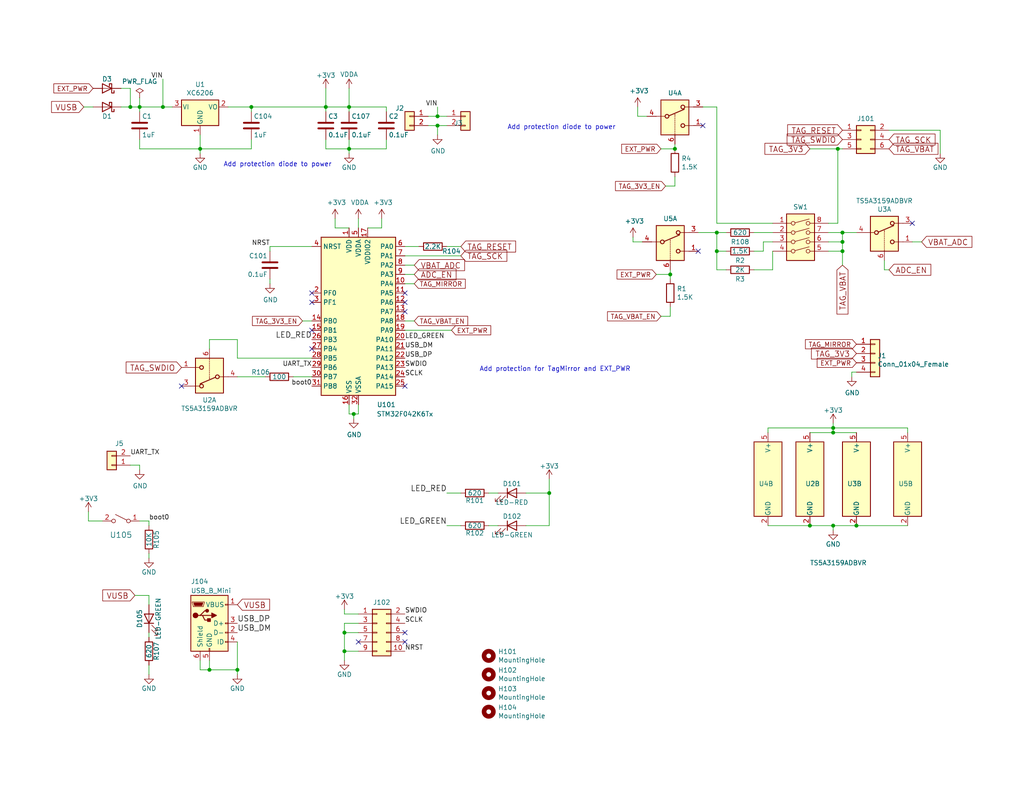
<source format=kicad_sch>
(kicad_sch (version 20211123) (generator eeschema)
  (paper "USLetter")
  (title_block (title "BitTag Base for JLCPCB fab  V3b (marked V7)") (date "2020-12-21") (rev "7 ") (comment 1 "added protection diodes"))
  (lib_symbols
    (symbol "Analog_Switch:TS5A3159ADBVR" (pin_names (offset 0.127))
      (property "Reference" "U" (at -3.175 4.699 0))
      (property "Value" "TS5A3159ADBVR" (at -3.175 2.921 0))
      (symbol "TS5A3159ADBVR_1_1"
        (pin passive line (at 7.62 -5.08 180) (length 2.54) (name "~") (number "1"))
        (pin passive line (at 7.62 0 180) (length 2.54) (name "~") (number "3"))
        (pin passive line (at -7.62 -2.54 0) (length 2.54) (name "~") (number "4"))
        (pin input line (at 0 -10.16 90) (length 2.54) (name "~") (number "6"))
      )
      (symbol "TS5A3159ADBVR_2_0"
        (pin power_in line (at 0 -12.7 90) (length 2.54) (name "GND") (number "2"))
        (pin power_in line (at 0 12.7 270) (length 2.54) (name "V+") (number "5"))
      )
    )
    (symbol "Connector_Generic:Conn_01x02" (pin_names (offset 1.016) hide)
      (property "Reference" "J" (at 0 2.54 0))
      (property "Value" "Conn_01x02" (at 0 -5.08 0))
      (symbol "Conn_01x02_1_1"
        (pin passive line (at -5.08 0 0) (length 3.81) (name "Pin_1") (number "1"))
        (pin passive line (at -5.08 -2.54 0) (length 3.81) (name "Pin_2") (number "2"))
      )
    )
    (symbol "Connector_Generic:Conn_01x04" (pin_names (offset 1.016) hide)
      (property "Reference" "J" (at 0 5.08 0))
      (property "Value" "Conn_01x04" (at 0 -7.62 0))
      (symbol "Conn_01x04_1_1"
        (pin passive line (at -5.08 2.54 0) (length 3.81) (name "Pin_1") (number "1"))
        (pin passive line (at -5.08 0 0) (length 3.81) (name "Pin_2") (number "2"))
        (pin passive line (at -5.08 -2.54 0) (length 3.81) (name "Pin_3") (number "3"))
        (pin passive line (at -5.08 -5.08 0) (length 3.81) (name "Pin_4") (number "4"))
      )
    )
    (symbol "Connector_Generic:Conn_02x03_Odd_Even" (pin_names (offset 1.016) hide)
      (property "Reference" "J" (at 1.27 5.08 0))
      (property "Value" "Conn_02x03_Odd_Even" (at 1.27 -5.08 0))
      (symbol "Conn_02x03_Odd_Even_1_1"
        (pin passive line (at -5.08 2.54 0) (length 3.81) (name "Pin_1") (number "1"))
        (pin passive line (at 7.62 2.54 180) (length 3.81) (name "Pin_2") (number "2"))
        (pin passive line (at -5.08 0 0) (length 3.81) (name "Pin_3") (number "3"))
        (pin passive line (at 7.62 0 180) (length 3.81) (name "Pin_4") (number "4"))
        (pin passive line (at -5.08 -2.54 0) (length 3.81) (name "Pin_5") (number "5"))
        (pin passive line (at 7.62 -2.54 180) (length 3.81) (name "Pin_6") (number "6"))
      )
    )
    (symbol "Connector_Generic:Conn_02x05_Odd_Even" (pin_names (offset 1.016) hide)
      (property "Reference" "J" (at 1.27 7.62 0))
      (property "Value" "Conn_02x05_Odd_Even" (at 1.27 -7.62 0))
      (symbol "Conn_02x05_Odd_Even_1_1"
        (pin passive line (at -5.08 5.08 0) (length 3.81) (name "Pin_1") (number "1"))
        (pin passive line (at 7.62 -5.08 180) (length 3.81) (name "Pin_10") (number "10"))
        (pin passive line (at 7.62 5.08 180) (length 3.81) (name "Pin_2") (number "2"))
        (pin passive line (at -5.08 2.54 0) (length 3.81) (name "Pin_3") (number "3"))
        (pin passive line (at 7.62 2.54 180) (length 3.81) (name "Pin_4") (number "4"))
        (pin passive line (at -5.08 0 0) (length 3.81) (name "Pin_5") (number "5"))
        (pin passive line (at 7.62 0 180) (length 3.81) (name "Pin_6") (number "6"))
        (pin passive line (at -5.08 -2.54 0) (length 3.81) (name "Pin_7") (number "7"))
        (pin passive line (at 7.62 -2.54 180) (length 3.81) (name "Pin_8") (number "8"))
        (pin passive line (at -5.08 -5.08 0) (length 3.81) (name "Pin_9") (number "9"))
      )
    )
    (symbol "Device:C" (pin_numbers hide) (pin_names (offset 0.254))
      (property "Reference" "C" (at 0.635 2.54 0))
      (property "Value" "C" (at 0.635 -2.54 0))
      (symbol "C_1_1"
        (pin passive line (at 0 3.81 270) (length 2.794) (name "~") (number "1"))
        (pin passive line (at 0 -3.81 90) (length 2.794) (name "~") (number "2"))
      )
    )
    (symbol "Device:D_Schottky" (pin_numbers hide) (pin_names (offset 1.016) hide)
      (property "Reference" "D" (at 0 2.54 0))
      (property "Value" "D_Schottky" (at 0 -2.54 0))
      (symbol "D_Schottky_1_1"
        (pin passive line (at -3.81 0 0) (length 2.54) (name "K") (number "1"))
        (pin passive line (at 3.81 0 180) (length 2.54) (name "A") (number "2"))
      )
    )
    (symbol "Device:LED" (pin_numbers hide) (pin_names (offset 1.016) hide)
      (property "Reference" "D" (at 0 2.54 0))
      (property "Value" "LED" (at 0 -2.54 0))
      (symbol "LED_1_1"
        (pin passive line (at -3.81 0 0) (length 2.54) (name "K") (number "1"))
        (pin passive line (at 3.81 0 180) (length 2.54) (name "A") (number "2"))
      )
    )
    (symbol "Device:R" (pin_numbers hide) (pin_names (offset 0))
      (property "Reference" "R" (at 2.032 0 90))
      (property "Value" "R" (at 0 0 90))
      (symbol "R_1_1"
        (pin passive line (at 0 3.81 270) (length 1.27) (name "~") (number "1"))
        (pin passive line (at 0 -3.81 90) (length 1.27) (name "~") (number "2"))
      )
    )
    (symbol "Mechanical:MountingHole" (pin_names (offset 1.016))
      (property "Reference" "H" (at 0 5.08 0))
      (property "Value" "MountingHole" (at 0 3.175 0))
    )
    (symbol "Regulator_Linear:MCP1703A-3302_SOT23" (pin_names (offset 0.254))
      (property "Reference" "U" (at -3.81 3.175 0))
      (property "Value" "MCP1703A-3302_SOT23" (at 0 3.175 0))
      (symbol "MCP1703A-3302_SOT23_1_1"
        (pin power_in line (at 0 -7.62 90) (length 2.54) (name "GND") (number "1"))
        (pin power_out line (at 7.62 0 180) (length 2.54) (name "VO") (number "2"))
        (pin power_in line (at -7.62 0 0) (length 2.54) (name "VI") (number "3"))
      )
    )
    (symbol "Switch:SW_DIP_x04" (pin_names (offset 0) hide)
      (property "Reference" "SW" (at 0 8.89 0))
      (property "Value" "SW_DIP_x04" (at 0 -6.35 0))
      (symbol "SW_DIP_x04_1_1"
        (pin passive line (at -7.62 5.08 0) (length 5.08) (name "~") (number "1"))
        (pin passive line (at -7.62 2.54 0) (length 5.08) (name "~") (number "2"))
        (pin passive line (at -7.62 0 0) (length 5.08) (name "~") (number "3"))
        (pin passive line (at -7.62 -2.54 0) (length 5.08) (name "~") (number "4"))
        (pin passive line (at 7.62 -2.54 180) (length 5.08) (name "~") (number "5"))
        (pin passive line (at 7.62 0 180) (length 5.08) (name "~") (number "6"))
        (pin passive line (at 7.62 2.54 180) (length 5.08) (name "~") (number "7"))
        (pin passive line (at 7.62 5.08 180) (length 5.08) (name "~") (number "8"))
      )
    )
    (symbol "Switch:SW_SPST" (pin_names (offset 0) hide)
      (property "Reference" "SW" (at 0 3.175 0))
      (property "Value" "SW_SPST" (at 0 -2.54 0))
      (symbol "SW_SPST_1_1"
        (pin passive line (at -5.08 0 0) (length 2.54) (name "A") (number "1"))
        (pin passive line (at 5.08 0 180) (length 2.54) (name "B") (number "2"))
      )
    )
    (symbol "power:+3.3V" (power) (pin_names (offset 0))
      (property "Value" "+3.3V" (at 0 3.556 0))
      (symbol "+3.3V_1_1"
        (pin power_in line (at 0 0 90) (length 0) hide (name "+3V3") (number "1"))
      )
    )
    (symbol "power:+3V3" (power) (pin_names (offset 0))
      (property "Value" "+3V3" (at 0 3.556 0))
      (symbol "+3V3_1_1"
        (pin power_in line (at 0 0 90) (length 0) hide (name "+3V3") (number "1"))
      )
    )
    (symbol "power:GND" (power) (pin_names (offset 0))
      (property "Value" "GND" (at 0 -3.81 0))
      (symbol "GND_1_1"
        (pin power_in line (at 0 0 270) (length 0) hide (name "GND") (number "1"))
      )
    )
    (symbol "power:PWR_FLAG" (power) (pin_numbers hide) (pin_names (offset 0) hide)
      (property "Value" "PWR_FLAG" (at 0 3.81 0))
      (symbol "PWR_FLAG_0_0"
        (pin power_out line (at 0 0 90) (length 0) (name "pwr") (number "1"))
      )
    )
    (symbol "power:VDDA" (power) (pin_names (offset 0))
      (property "Value" "VDDA" (at 0 3.81 0))
      (symbol "VDDA_1_1"
        (pin power_in line (at 0 0 90) (length 0) hide (name "VDDA") (number "1"))
      )
    )
    (symbol "tagbase-jlcpcb-v3-rescue:USB_B_Mini-Connector-tagbase-jlcpcb-v2-rescue-tagbase-jlcpcb-v2-rescue" (pin_names (offset 1.016))
      (property "Reference" "J" (at -5.08 11.43 0))
      (property "Value" "USB_B_Mini-Connector-tagbase-jlcpcb-v2-rescue-tagbase-jlcpcb-v2-rescue" (at -5.08 8.89 0))
      (symbol "USB_B_Mini-Connector-tagbase-jlcpcb-v2-rescue-tagbase-jlcpcb-v2-rescue_1_1"
        (pin power_out line (at 7.62 5.08 180) (length 2.54) (name "VBUS") (number "1"))
        (pin passive line (at 7.62 -2.54 180) (length 2.54) (name "D-") (number "2"))
        (pin passive line (at 7.62 0 180) (length 2.54) (name "D+") (number "3"))
        (pin passive line (at 7.62 -5.08 180) (length 2.54) (name "ID") (number "4"))
        (pin power_out line (at 0 -10.16 90) (length 2.54) (name "GND") (number "5"))
        (pin passive line (at -2.54 -10.16 90) (length 2.54) (name "Shield") (number "6"))
      )
    )
    (symbol "tagbase:STM32F042K6Tx"
      (property "Reference" "U" (at -10.16 21.59 0))
      (property "Value" "STM32F042K6Tx" (at 5.08 21.59 0))
      (symbol "STM32F042K6Tx_1_1"
        (pin power_in line (at -2.54 22.86 270) (length 2.54) (name "VDD") (number "1"))
        (pin bidirectional line (at 12.7 7.62 180) (length 2.54) (name "PA4") (number "10"))
        (pin bidirectional line (at 12.7 5.08 180) (length 2.54) (name "PA5") (number "11"))
        (pin bidirectional line (at 12.7 2.54 180) (length 2.54) (name "PA6") (number "12"))
        (pin bidirectional line (at 12.7 0 180) (length 2.54) (name "PA7") (number "13"))
        (pin bidirectional line (at -12.7 -2.54 0) (length 2.54) (name "PB0") (number "14"))
        (pin bidirectional line (at -12.7 -5.08 0) (length 2.54) (name "PB1") (number "15"))
        (pin power_in line (at -2.54 -25.4 90) (length 2.54) (name "VSS") (number "16"))
        (pin power_in line (at 2.54 22.86 270) (length 2.54) (name "VDDIO2") (number "17"))
        (pin bidirectional line (at 12.7 -2.54 180) (length 2.54) (name "PA8") (number "18"))
        (pin bidirectional line (at 12.7 -5.08 180) (length 2.54) (name "PA9") (number "19"))
        (pin input line (at -12.7 5.08 0) (length 2.54) (name "PF0") (number "2"))
        (pin bidirectional line (at 12.7 -7.62 180) (length 2.54) (name "PA10") (number "20"))
        (pin bidirectional line (at 12.7 -10.16 180) (length 2.54) (name "PA11") (number "21"))
        (pin bidirectional line (at 12.7 -12.7 180) (length 2.54) (name "PA12") (number "22"))
        (pin bidirectional line (at 12.7 -15.24 180) (length 2.54) (name "PA13") (number "23"))
        (pin bidirectional line (at 12.7 -17.78 180) (length 2.54) (name "PA14") (number "24"))
        (pin bidirectional line (at 12.7 -20.32 180) (length 2.54) (name "PA15") (number "25"))
        (pin bidirectional line (at -12.7 -7.62 0) (length 2.54) (name "PB3") (number "26"))
        (pin bidirectional line (at -12.7 -10.16 0) (length 2.54) (name "PB4") (number "27"))
        (pin bidirectional line (at -12.7 -12.7 0) (length 2.54) (name "PB5") (number "28"))
        (pin bidirectional line (at -12.7 -15.24 0) (length 2.54) (name "PB6") (number "29"))
        (pin input line (at -12.7 2.54 0) (length 2.54) (name "PF1") (number "3"))
        (pin bidirectional line (at -12.7 -17.78 0) (length 2.54) (name "PB7") (number "30"))
        (pin bidirectional line (at -12.7 -20.32 0) (length 2.54) (name "PB8") (number "31"))
        (pin power_in line (at 0 -25.4 90) (length 2.54) (name "VSSA") (number "32"))
        (pin input line (at -12.7 17.78 0) (length 2.54) (name "NRST") (number "4"))
        (pin power_in line (at 0 22.86 270) (length 2.54) (name "VDDA") (number "5"))
        (pin bidirectional line (at 12.7 17.78 180) (length 2.54) (name "PA0") (number "6"))
        (pin bidirectional line (at 12.7 15.24 180) (length 2.54) (name "PA1") (number "7"))
        (pin bidirectional line (at 12.7 12.7 180) (length 2.54) (name "PA2") (number "8"))
        (pin bidirectional line (at 12.7 10.16 180) (length 2.54) (name "PA3") (number "9"))
      )
    )
  )
  (junction (at 64.77 182.88))
  (junction (at 229.87 63.5))
  (junction (at 93.98 177.8))
  (junction (at 119.38 31.75))
  (junction (at 184.15 40.64))
  (junction (at 95.25 40.64))
  (junction (at 57.15 182.88))
  (junction (at 220.98 143.51))
  (junction (at 227.33 118.11))
  (junction (at 227.33 143.51))
  (junction (at 228.6 40.64))
  (junction (at 44.45 29.21))
  (junction (at 35.56 29.21))
  (junction (at 96.52 113.03))
  (junction (at 95.25 29.21))
  (junction (at 88.9 29.21))
  (junction (at 227.33 116.84))
  (junction (at 182.88 74.93))
  (junction (at 233.68 143.51))
  (junction (at 68.58 29.21))
  (junction (at 195.58 63.5))
  (junction (at 93.98 172.72))
  (junction (at 195.58 68.58))
  (junction (at 54.61 40.64))
  (junction (at 119.38 34.29))
  (junction (at 229.87 68.58))
  (junction (at 149.86 134.62))
  (junction (at 229.87 66.04))
  (junction (at 38.1 29.21))
  (no_connect (at 110.49 80.01))
  (no_connect (at 110.49 82.55))
  (no_connect (at 110.49 85.09))
  (no_connect (at 97.79 175.26))
  (no_connect (at 110.49 105.41))
  (no_connect (at 49.53 105.41))
  (no_connect (at 110.49 175.26))
  (no_connect (at 190.5 68.58))
  (no_connect (at 110.49 172.72))
  (no_connect (at 85.09 95.25))
  (no_connect (at 85.09 90.17))
  (no_connect (at 85.09 80.01))
  (no_connect (at 85.09 82.55))
  (no_connect (at 191.77 34.29))
  (no_connect (at 248.92 60.96))
  (wire (pts (xy 33.02 29.21) (xy 35.56 29.21)))
  (wire (pts (xy 228.6 40.64) (xy 228.6 60.96)))
  (wire (pts (xy 179.07 74.93) (xy 182.88 74.93)))
  (wire (pts (xy 88.9 29.21) (xy 95.25 29.21)))
  (wire (pts (xy 110.49 77.47) (xy 113.03 77.47)))
  (wire (pts (xy 209.55 143.51) (xy 220.98 143.51)))
  (wire (pts (xy 133.35 143.51) (xy 135.89 143.51)))
  (wire (pts (xy 119.38 29.21) (xy 119.38 31.75)))
  (wire (pts (xy 100.33 62.23) (xy 104.14 62.23)))
  (wire (pts (xy 93.98 172.72) (xy 93.98 177.8)))
  (wire (pts (xy 91.44 62.23) (xy 91.44 59.69)))
  (wire (pts (xy 110.49 69.85) (xy 125.73 69.85)))
  (wire (pts (xy 73.66 67.31) (xy 85.09 67.31)))
  (wire (pts (xy 35.56 24.13) (xy 35.56 29.21)))
  (wire (pts (xy 173.99 31.75) (xy 176.53 31.75)))
  (wire (pts (xy 95.25 113.03) (xy 96.52 113.03)))
  (wire (pts (xy 149.86 134.62) (xy 149.86 130.81)))
  (wire (pts (xy 143.51 134.62) (xy 149.86 134.62)))
  (wire (pts (xy 198.12 68.58) (xy 195.58 68.58)))
  (wire (pts (xy 181.61 50.8) (xy 184.15 50.8)))
  (wire (pts (xy 195.58 29.21) (xy 195.58 60.96)))
  (wire (pts (xy 227.33 116.84) (xy 247.65 116.84)))
  (wire (pts (xy 119.38 34.29) (xy 121.92 34.29)))
  (wire (pts (xy 116.84 34.29) (xy 119.38 34.29)))
  (wire (pts (xy 93.98 170.18) (xy 93.98 172.72)))
  (wire (pts (xy 195.58 73.66) (xy 198.12 73.66)))
  (wire (pts (xy 133.35 134.62) (xy 135.89 134.62)))
  (wire (pts (xy 38.1 142.24) (xy 40.64 142.24)))
  (wire (pts (xy 208.28 66.04) (xy 208.28 68.58)))
  (wire (pts (xy 143.51 143.51) (xy 149.86 143.51)))
  (wire (pts (xy 110.49 90.17) (xy 123.19 90.17)))
  (wire (pts (xy 208.28 68.58) (xy 205.74 68.58)))
  (wire (pts (xy 110.49 72.39) (xy 113.03 72.39)))
  (wire (pts (xy 226.06 63.5) (xy 229.87 63.5)))
  (wire (pts (xy 40.64 151.13) (xy 40.64 152.4)))
  (wire (pts (xy 229.87 66.04) (xy 229.87 63.5)))
  (wire (pts (xy 97.79 113.03) (xy 96.52 113.03)))
  (wire (pts (xy 110.49 87.63) (xy 113.03 87.63)))
  (wire (pts (xy 95.25 62.23) (xy 91.44 62.23)))
  (wire (pts (xy 57.15 182.88) (xy 54.61 182.88)))
  (wire (pts (xy 228.6 40.64) (xy 220.98 40.64)))
  (wire (pts (xy 73.66 68.58) (xy 73.66 67.31)))
  (wire (pts (xy 40.64 172.72) (xy 40.64 173.99)))
  (wire (pts (xy 97.79 110.49) (xy 97.79 113.03)))
  (wire (pts (xy 57.15 92.71) (xy 57.15 95.25)))
  (wire (pts (xy 242.57 35.56) (xy 256.54 35.56)))
  (wire (pts (xy 226.06 60.96) (xy 228.6 60.96)))
  (wire (pts (xy 182.88 73.66) (xy 182.88 74.93)))
  (wire (pts (xy 54.61 40.64) (xy 54.61 41.91)))
  (wire (pts (xy 80.01 102.87) (xy 85.09 102.87)))
  (wire (pts (xy 180.34 40.64) (xy 184.15 40.64)))
  (wire (pts (xy 191.77 29.21) (xy 195.58 29.21)))
  (wire (pts (xy 198.12 63.5) (xy 195.58 63.5)))
  (wire (pts (xy 209.55 116.84) (xy 227.33 116.84)))
  (wire (pts (xy 73.66 76.2) (xy 73.66 77.47)))
  (wire (pts (xy 93.98 177.8) (xy 93.98 180.34)))
  (wire (pts (xy 195.58 60.96) (xy 210.82 60.96)))
  (wire (pts (xy 68.58 29.21) (xy 68.58 30.48)))
  (wire (pts (xy 184.15 50.8) (xy 184.15 48.26)))
  (wire (pts (xy 40.64 162.56) (xy 36.83 162.56)))
  (wire (pts (xy 64.77 102.87) (xy 72.39 102.87)))
  (wire (pts (xy 38.1 26.67) (xy 38.1 29.21)))
  (wire (pts (xy 95.25 29.21) (xy 105.41 29.21)))
  (wire (pts (xy 97.79 59.69) (xy 97.79 62.23)))
  (wire (pts (xy 35.56 29.21) (xy 38.1 29.21)))
  (wire (pts (xy 64.77 182.88) (xy 64.77 184.15)))
  (wire (pts (xy 97.79 172.72) (xy 93.98 172.72)))
  (wire (pts (xy 64.77 97.79) (xy 64.77 92.71)))
  (wire (pts (xy 121.92 67.31) (xy 125.73 67.31)))
  (wire (pts (xy 57.15 180.34) (xy 57.15 182.88)))
  (wire (pts (xy 233.68 143.51) (xy 247.65 143.51)))
  (wire (pts (xy 229.87 63.5) (xy 233.68 63.5)))
  (wire (pts (xy 110.49 67.31) (xy 114.3 67.31)))
  (wire (pts (xy 226.06 66.04) (xy 229.87 66.04)))
  (wire (pts (xy 121.92 134.62) (xy 125.73 134.62)))
  (wire (pts (xy 241.3 73.66) (xy 242.57 73.66)))
  (wire (pts (xy 121.92 143.51) (xy 125.73 143.51)))
  (wire (pts (xy 210.82 73.66) (xy 205.74 73.66)))
  (wire (pts (xy 38.1 127) (xy 38.1 128.27)))
  (wire (pts (xy 95.25 29.21) (xy 95.25 30.48)))
  (wire (pts (xy 195.58 68.58) (xy 195.58 73.66)))
  (wire (pts (xy 182.88 74.93) (xy 182.88 76.2)))
  (wire (pts (xy 184.15 40.64) (xy 184.15 39.37)))
  (wire (pts (xy 205.74 63.5) (xy 210.82 63.5)))
  (wire (pts (xy 97.79 177.8) (xy 93.98 177.8)))
  (wire (pts (xy 93.98 166.37) (xy 93.98 167.64)))
  (wire (pts (xy 104.14 62.23) (xy 104.14 59.69)))
  (wire (pts (xy 88.9 30.48) (xy 88.9 29.21)))
  (wire (pts (xy 248.92 66.04) (xy 251.46 66.04)))
  (wire (pts (xy 54.61 36.83) (xy 54.61 40.64)))
  (wire (pts (xy 68.58 29.21) (xy 88.9 29.21)))
  (wire (pts (xy 247.65 116.84) (xy 247.65 118.11)))
  (wire (pts (xy 119.38 31.75) (xy 121.92 31.75)))
  (wire (pts (xy 182.88 86.36) (xy 182.88 83.82)))
  (wire (pts (xy 229.87 68.58) (xy 229.87 66.04)))
  (wire (pts (xy 64.77 182.88) (xy 57.15 182.88)))
  (wire (pts (xy 95.25 24.13) (xy 95.25 29.21)))
  (wire (pts (xy 232.41 101.6) (xy 232.41 102.87)))
  (wire (pts (xy 119.38 34.29) (xy 119.38 36.83)))
  (wire (pts (xy 54.61 40.64) (xy 68.58 40.64)))
  (wire (pts (xy 210.82 68.58) (xy 210.82 73.66)))
  (wire (pts (xy 95.25 38.1) (xy 95.25 40.64)))
  (wire (pts (xy 88.9 24.13) (xy 88.9 29.21)))
  (wire (pts (xy 110.49 74.93) (xy 113.03 74.93)))
  (wire (pts (xy 226.06 68.58) (xy 229.87 68.58)))
  (wire (pts (xy 190.5 63.5) (xy 195.58 63.5)))
  (wire (pts (xy 68.58 40.64) (xy 68.58 38.1)))
  (wire (pts (xy 44.45 21.59) (xy 44.45 29.21)))
  (wire (pts (xy 195.58 63.5) (xy 195.58 68.58)))
  (wire (pts (xy 95.25 110.49) (xy 95.25 113.03)))
  (wire (pts (xy 38.1 40.64) (xy 54.61 40.64)))
  (wire (pts (xy 38.1 38.1) (xy 38.1 40.64)))
  (wire (pts (xy 96.52 113.03) (xy 96.52 114.3)))
  (wire (pts (xy 105.41 40.64) (xy 95.25 40.64)))
  (wire (pts (xy 149.86 143.51) (xy 149.86 134.62)))
  (wire (pts (xy 38.1 29.21) (xy 38.1 30.48)))
  (wire (pts (xy 220.98 118.11) (xy 227.33 118.11)))
  (wire (pts (xy 116.84 31.75) (xy 119.38 31.75)))
  (wire (pts (xy 64.77 92.71) (xy 57.15 92.71)))
  (wire (pts (xy 209.55 116.84) (xy 209.55 118.11)))
  (wire (pts (xy 227.33 118.11) (xy 233.68 118.11)))
  (wire (pts (xy 229.87 40.64) (xy 228.6 40.64)))
  (wire (pts (xy 38.1 29.21) (xy 44.45 29.21)))
  (wire (pts (xy 172.72 66.04) (xy 175.26 66.04)))
  (wire (pts (xy 35.56 127) (xy 38.1 127)))
  (wire (pts (xy 105.41 29.21) (xy 105.41 30.48)))
  (wire (pts (xy 40.64 181.61) (xy 40.64 184.15)))
  (wire (pts (xy 82.55 87.63) (xy 85.09 87.63)))
  (wire (pts (xy 233.68 101.6) (xy 232.41 101.6)))
  (wire (pts (xy 44.45 29.21) (xy 46.99 29.21)))
  (wire (pts (xy 22.86 29.21) (xy 25.4 29.21)))
  (wire (pts (xy 173.99 29.21) (xy 173.99 31.75)))
  (wire (pts (xy 62.23 29.21) (xy 68.58 29.21)))
  (wire (pts (xy 220.98 143.51) (xy 227.33 143.51)))
  (wire (pts (xy 180.34 86.36) (xy 182.88 86.36)))
  (wire (pts (xy 85.09 97.79) (xy 64.77 97.79)))
  (wire (pts (xy 241.3 71.12) (xy 241.3 73.66)))
  (wire (pts (xy 40.64 143.51) (xy 40.64 142.24)))
  (wire (pts (xy 24.13 142.24) (xy 27.94 142.24)))
  (wire (pts (xy 35.56 24.13) (xy 33.02 24.13)))
  (wire (pts (xy 88.9 38.1) (xy 88.9 40.64)))
  (wire (pts (xy 40.64 165.1) (xy 40.64 162.56)))
  (wire (pts (xy 227.33 115.57) (xy 227.33 116.84)))
  (wire (pts (xy 105.41 38.1) (xy 105.41 40.64)))
  (wire (pts (xy 229.87 68.58) (xy 229.87 72.39)))
  (wire (pts (xy 210.82 66.04) (xy 208.28 66.04)))
  (wire (pts (xy 227.33 116.84) (xy 227.33 118.11)))
  (wire (pts (xy 54.61 182.88) (xy 54.61 180.34)))
  (wire (pts (xy 93.98 167.64) (xy 97.79 167.64)))
  (wire (pts (xy 97.79 170.18) (xy 93.98 170.18)))
  (wire (pts (xy 64.77 175.26) (xy 64.77 182.88)))
  (wire (pts (xy 227.33 143.51) (xy 227.33 144.78)))
  (wire (pts (xy 88.9 40.64) (xy 95.25 40.64)))
  (wire (pts (xy 95.25 40.64) (xy 95.25 41.91)))
  (wire (pts (xy 24.13 139.7) (xy 24.13 142.24)))
  (wire (pts (xy 233.68 143.51) (xy 227.33 143.51)))
  (wire (pts (xy 172.72 64.77) (xy 172.72 66.04)))
  (wire (pts (xy 256.54 35.56) (xy 256.54 41.91)))
  (text "Add protection for TagMirror and EXT_PWR" (at 130.81 101.6 0) (effects (font (size 1.27 1.27)) (justify left bottom)))
  (text "Add protection diode to power" (at 138.43 35.56 0) (effects (font (size 1.27 1.27)) (justify left bottom)))
  (text "Add protection diode to power" (at 60.96 45.72 0) (effects (font (size 1.27 1.27)) (justify left bottom)))
  (label "USB_DP" (at 64.77 170.18 0) (effects (font (size 1.524 1.524))))
  (label "LED_GREEN" (at 121.92 143.51 180) (effects (font (size 1.524 1.524))))
  (label "USB_DM" (at 110.49 95.25 0))
  (label "SCLK" (at 110.49 102.87 0))
  (label "SWDIO" (at 110.49 100.33 0))
  (label "NRST" (at 73.66 67.31 180))
  (label "boot0" (at 85.09 105.41 180))
  (label "LED_GREEN" (at 110.49 92.71 0))
  (label "VIN" (at 44.45 21.59 180))
  (label "NRST" (at 110.49 177.8 0))
  (label "UART_TX" (at 85.09 100.33 180))
  (label "SWDIO" (at 110.49 167.64 0))
  (label "USB_DP" (at 110.49 97.79 0))
  (label "VIN" (at 119.38 29.21 180))
  (label "LED_RED" (at 121.92 134.62 180) (effects (font (size 1.524 1.524))))
  (label "boot0" (at 40.64 142.24 0))
  (label "SCLK" (at 110.49 170.18 0))
  (label "LED_RED" (at 85.09 92.71 180) (effects (font (size 1.524 1.524))))
  (label "USB_DM" (at 64.77 172.72 0) (effects (font (size 1.524 1.524))))
  (label "UART_TX" (at 35.56 124.46 0))
  (global_label "TAG_VBAT" (shape input) (at 242.57 40.64 0) (effects (font (size 1.524 1.524))) (property "Intersheet References" "${INTERSHEET_REFS}" (effects hide)))
  (global_label "TAG_RESET" (shape input) (at 229.87 35.56 180) (effects (font (size 1.524 1.524))) (property "Intersheet References" "${INTERSHEET_REFS}" (effects hide)))
  (global_label "VUSB" (shape input) (at 22.86 29.21 180) (effects (font (size 1.524 1.524))) (property "Intersheet References" "${INTERSHEET_REFS}" (effects hide)))
  (global_label "VBAT_ADC" (shape input) (at 251.46 66.04 0) (effects (font (size 1.524 1.524))) (property "Intersheet References" "${INTERSHEET_REFS}" (effects hide)))
  (global_label "TAG_VBAT_EN" (shape input) (at 113.03 87.63 0) (property "Intersheet References" "${INTERSHEET_REFS}" (effects hide)))
  (global_label "EXT_PWR" (shape input) (at 25.4 24.13 180) (property "Intersheet References" "${INTERSHEET_REFS}" (effects hide)))
  (global_label "TAG_MIRROR" (shape input) (at 113.03 77.47 0) (property "Intersheet References" "${INTERSHEET_REFS}" (effects hide)))
  (global_label "TAG_3V3" (shape input) (at 233.68 96.52 180) (effects (font (size 1.524 1.524))) (property "Intersheet References" "${INTERSHEET_REFS}" (effects hide)))
  (global_label "ADC_EN" (shape input) (at 113.03 74.93 0) (effects (font (size 1.524 1.524))) (property "Intersheet References" "${INTERSHEET_REFS}" (effects hide)))
  (global_label "TAG_SCK" (shape input) (at 242.57 38.1 0) (effects (font (size 1.524 1.524))) (property "Intersheet References" "${INTERSHEET_REFS}" (effects hide)))
  (global_label "TAG_SWDIO" (shape input) (at 49.53 100.33 180) (effects (font (size 1.524 1.524))) (property "Intersheet References" "${INTERSHEET_REFS}" (effects hide)))
  (global_label "VBAT_ADC" (shape input) (at 113.03 72.39 0) (effects (font (size 1.524 1.524))) (property "Intersheet References" "${INTERSHEET_REFS}" (effects hide)))
  (global_label "TAG_SCK" (shape input) (at 125.73 69.85 0) (effects (font (size 1.524 1.524))) (property "Intersheet References" "${INTERSHEET_REFS}" (effects hide)))
  (global_label "TAG_SWDIO" (shape input) (at 229.87 38.1 180) (effects (font (size 1.524 1.524))) (property "Intersheet References" "${INTERSHEET_REFS}" (effects hide)))
  (global_label "EXT_PWR" (shape input) (at 179.07 74.93 180) (property "Intersheet References" "${INTERSHEET_REFS}" (effects hide)))
  (global_label "TAG_MIRROR" (shape input) (at 233.68 93.98 180) (property "Intersheet References" "${INTERSHEET_REFS}" (effects hide)))
  (global_label "VUSB" (shape input) (at 64.77 165.1 0) (effects (font (size 1.524 1.524))) (property "Intersheet References" "${INTERSHEET_REFS}" (effects hide)))
  (global_label "TAG_3V3_EN" (shape input) (at 82.55 87.63 180) (property "Intersheet References" "${INTERSHEET_REFS}" (effects hide)))
  (global_label "EXT_PWR" (shape input) (at 233.68 99.06 180) (property "Intersheet References" "${INTERSHEET_REFS}" (effects hide)))
  (global_label "ADC_EN" (shape input) (at 242.57 73.66 0) (effects (font (size 1.524 1.524))) (property "Intersheet References" "${INTERSHEET_REFS}" (effects hide)))
  (global_label "TAG_RESET" (shape input) (at 125.73 67.31 0) (effects (font (size 1.524 1.524))) (property "Intersheet References" "${INTERSHEET_REFS}" (effects hide)))
  (global_label "VUSB" (shape input) (at 36.83 162.56 180) (effects (font (size 1.524 1.524))) (property "Intersheet References" "${INTERSHEET_REFS}" (effects hide)))
  (global_label "TAG_3V3" (shape input) (at 220.98 40.64 180) (effects (font (size 1.524 1.524))) (property "Intersheet References" "${INTERSHEET_REFS}" (effects hide)))
  (global_label "TAG_3V3_EN" (shape input) (at 181.61 50.8 180) (property "Intersheet References" "${INTERSHEET_REFS}" (effects hide)))
  (global_label "EXT_PWR" (shape input) (at 180.34 40.64 180) (property "Intersheet References" "${INTERSHEET_REFS}" (effects hide)))
  (global_label "TAG_VBAT" (shape input) (at 229.87 72.39 270) (effects (font (size 1.524 1.524))) (property "Intersheet References" "${INTERSHEET_REFS}" (effects hide)))
  (global_label "TAG_VBAT_EN" (shape input) (at 180.34 86.36 180) (property "Intersheet References" "${INTERSHEET_REFS}" (effects hide)))
  (global_label "EXT_PWR" (shape input) (at 123.19 90.17 0) (property "Intersheet References" "${INTERSHEET_REFS}" (effects hide)))
  (symbol (lib_id "tagbase-jlcpcb-v3-rescue:USB_B_Mini-Connector-tagbase-jlcpcb-v2-rescue-tagbase-jlcpcb-v2-rescue") (at 57.15 170.18 0) (unit 1)
    (property "Reference" "J104" (at 52.07 158.75 0) (effects (justify left)))
    (property "Value" "USB_B_Mini" (at 52.07 161.29 0) (effects (justify left)))
    (property "Footprint" "tagbase:USB_Mini-B" (effects hide))
    (property "MFN" "EDAC" (effects hide))
    (property "MPN" "690-005-299-043" (effects hide))
    (property "DISTPN" "151-1206-ND" (effects hide))
  )
  (symbol (lib_id "Device:LED") (at 139.7 134.62 0) (unit 1)
    (property "Reference" "D101" (at 139.7 132.08 0))
    (property "Value" "LED-RED" (at 139.7 137.16 0))
    (property "Footprint" "LED_SMD:LED_0603_1608Metric" (effects hide))
    (property "Macrofab" "MF-LED-0603-RED" (effects hide))
    (property "MPN" "KT-0603R" (effects hide))
    (property "LCSC" "C2286" (effects hide))
    (property "MFN" "Hubei KENTO Elec" (effects hide))
  )
  (symbol (lib_id "Device:LED") (at 139.7 143.51 0) (unit 1)
    (property "Reference" "D102" (at 139.7 140.97 0))
    (property "Value" "LED-GREEN" (at 139.7 146.05 0))
    (property "Footprint" "LED_SMD:LED_0603_1608Metric" (effects hide))
    (property "Macrofab" "MF-LED-0603-GREEN" (effects hide))
    (property "MPN" "19-217/GHC-YR1S2/3T" (effects hide))
    (property "LCSC" "C72043" (effects hide))
    (property "MFN" "Everlight Elec" (effects hide))
  )
  (symbol (lib_id "power:+3.3V") (at 149.86 130.81 0) (unit 1)
    (property "Reference" "#PWR03" (effects hide))
    (property "Value" "+3.3V" (at 149.86 127.254 0))
  )
  (symbol (lib_id "Device:R") (at 129.54 134.62 270) (unit 1)
    (property "Reference" "R101" (at 129.54 136.652 90))
    (property "Value" "620" (at 129.54 134.62 90))
    (property "Footprint" "Resistor_SMD:R_0603_1608Metric" (effects hide))
    (property "LCSC" "C23220" (effects hide))
    (property "MFN" "Uniroyal Elec." (effects hide))
    (property "MPN" "0603WAF6200T5E" (effects hide))
  )
  (symbol (lib_id "Device:R") (at 129.54 143.51 270) (unit 1)
    (property "Reference" "R102" (at 129.54 145.542 90))
    (property "Value" "620" (at 129.54 143.51 90))
    (property "Footprint" "Resistor_SMD:R_0603_1608Metric" (effects hide))
    (property "LCSC" "C23220" (effects hide))
    (property "MFN" "Uniroyal Elec." (effects hide))
    (property "MPN" "0603WAF6200T5E" (effects hide))
  )
  (symbol (lib_id "power:GND") (at 40.64 152.4 0) (mirror y) (unit 1)
    (property "Reference" "#PWR05" (effects hide))
    (property "Value" "GND" (at 40.64 156.21 0))
  )
  (symbol (lib_id "Device:R") (at 40.64 147.32 0) (mirror x) (unit 1)
    (property "Reference" "R105" (at 42.672 147.32 90))
    (property "Value" "10K" (at 40.64 147.32 90))
    (property "Footprint" "Resistor_SMD:R_0603_1608Metric" (effects hide))
    (property "LCSC" "C25804" (effects hide))
    (property "MFN" "Uniroyal Elec." (effects hide))
    (property "MPN" "0603WAF1002T5E" (effects hide))
  )
  (symbol (lib_id "Device:C") (at 73.66 72.39 0) (mirror y) (unit 1)
    (property "Reference" "C101" (at 73.025 69.85 0) (effects (justify left)))
    (property "Value" "0.1uF" (at 73.025 74.93 0) (effects (justify left)))
    (property "Footprint" "Capacitor_SMD:C_0603_1608Metric" (effects hide))
    (property "LCSC" "C14663" (effects hide))
    (property "MFN" "YAGEO" (effects hide))
    (property "MPN" "CC0603KRX7R9BB104" (effects hide))
  )
  (symbol (lib_id "power:+3V3") (at 24.13 139.7 0) (mirror y) (unit 1)
    (property "Reference" "#PWR07" (effects hide))
    (property "Value" "+3V3" (at 24.13 136.144 0))
  )
  (symbol (lib_id "Device:R") (at 76.2 102.87 270) (unit 1)
    (property "Reference" "R106" (at 71.12 101.6 90))
    (property "Value" "100" (at 76.2 102.87 90))
    (property "Footprint" "Resistor_SMD:R_0603_1608Metric" (effects hide))
    (property "LCSC" "C22775" (effects hide))
    (property "MFN" "Uniroyal Elec." (effects hide))
    (property "MPN" "0603WAF1000T5E" (effects hide))
  )
  (symbol (lib_id "Switch:SW_SPST") (at 33.02 142.24 0) (mirror y) (unit 1)
    (property "Reference" "U105" (at 33.02 146.05 0) (effects (font (size 1.524 1.524))))
    (property "Value" "Tactile Switch" (effects hide))
    (property "Footprint" "tagbase:SW_SPST_TS_1187" (effects hide))
    (property "MFN" "XKB Enterprise" (effects hide))
    (property "MPN" "TS-1187A-C-E-B" (effects hide))
    (property "LCSC" "C318889" (effects hide))
  )
  (symbol (lib_id "power:GND") (at 227.33 144.78 0) (unit 1)
    (property "Reference" "#PWR010" (effects hide))
    (property "Value" "GND" (at 227.33 148.59 0))
  )
  (symbol (lib_id "Device:R") (at 118.11 67.31 270) (unit 1)
    (property "Reference" "R104" (at 123.19 68.58 90))
    (property "Value" "2.2K" (at 118.11 67.31 90))
    (property "Footprint" "Resistor_SMD:R_0603_1608Metric" (effects hide))
    (property "LCSC" "C4190" (effects hide))
    (property "MFN" "Uniroyal Elec." (effects hide))
    (property "MPN" "0603WAF1002T5E" (effects hide))
  )
  (symbol (lib_id "power:+3V3") (at 227.33 115.57 0) (unit 1)
    (property "Reference" "#PWR015" (effects hide))
    (property "Value" "+3V3" (at 227.33 112.014 0))
  )
  (symbol (lib_id "Device:C") (at 95.25 34.29 0) (unit 1)
    (property "Reference" "C107" (at 95.885 31.75 0) (effects (justify left)))
    (property "Value" "0.1uF" (at 95.885 36.83 0) (effects (justify left)))
    (property "Footprint" "Capacitor_SMD:C_0603_1608Metric" (effects hide))
    (property "LCSC" "C14663" (effects hide))
    (property "MFN" "YAGEO" (effects hide))
    (property "MPN" "CC0603KRX7R9BB104" (effects hide))
  )
  (symbol (lib_id "power:GND") (at 54.61 41.91 0) (unit 1)
    (property "Reference" "#PWR0102" (effects hide))
    (property "Value" "GND" (at 54.61 45.72 0))
  )
  (symbol (lib_id "Device:C") (at 68.58 34.29 0) (unit 1)
    (property "Reference" "C104" (at 69.215 31.75 0) (effects (justify left)))
    (property "Value" "1uF" (at 69.215 36.83 0) (effects (justify left)))
    (property "Footprint" "Capacitor_SMD:C_0603_1608Metric" (effects hide))
    (property "LCSC" "C15849" (effects hide))
    (property "MFN" "Samsung Electro-Mechanics" (effects hide))
    (property "MPN" "CL10A105KB8NNNC" (effects hide))
  )
  (symbol (lib_id "power:VDDA") (at 95.25 24.13 0) (unit 1)
    (property "Reference" "#PWR0105" (effects hide))
    (property "Value" "VDDA" (at 95.25 20.32 0))
  )
  (symbol (lib_id "power:GND") (at 93.98 180.34 0) (unit 1)
    (property "Reference" "#PWR0113" (effects hide))
    (property "Value" "GND" (at 93.98 184.15 0))
  )
  (symbol (lib_id "power:+3V3") (at 93.98 166.37 0) (unit 1)
    (property "Reference" "#PWR0114" (effects hide))
    (property "Value" "+3V3" (at 93.98 162.814 0))
  )
  (symbol (lib_id "power:GND") (at 64.77 184.15 0) (mirror y) (unit 1)
    (property "Reference" "#PWR0109" (effects hide))
    (property "Value" "GND" (at 64.77 187.96 0))
  )
  (symbol (lib_id "Connector_Generic:Conn_02x03_Odd_Even") (at 234.95 38.1 0) (unit 1)
    (property "Reference" "J101" (at 236.22 32.385 0))
    (property "Value" "Conn_02x03_Odd_Even" (effects hide))
    (property "Footprint" "tagbase:6pin_tagpoints_new_offset" (effects hide))
    (property "Config" "DNF" (effects hide))
    (property "DISTPN" "SAM8798-ND" (effects hide))
  )
  (symbol (lib_id "power:GND") (at 256.54 41.91 0) (unit 1)
    (property "Reference" "#PWR0112" (effects hide))
    (property "Value" "GND" (at 256.54 45.72 0))
  )
  (symbol (lib_id "Mechanical:MountingHole") (at 133.35 179.07 0) (unit 1)
    (property "Reference" "H101" (at 135.89 177.9016 0) (effects (justify left)))
    (property "Value" "MountingHole" (at 135.89 180.213 0) (effects (justify left)))
    (property "Footprint" "tagbase:MountingHole_3.2mm_M3" (effects hide))
    (property "Config" "DNF" (effects hide))
  )
  (symbol (lib_id "Mechanical:MountingHole") (at 133.35 184.15 0) (unit 1)
    (property "Reference" "H102" (at 135.89 182.9816 0) (effects (justify left)))
    (property "Value" "MountingHole" (at 135.89 185.293 0) (effects (justify left)))
    (property "Footprint" "tagbase:MountingHole_3.2mm_M3" (effects hide))
    (property "Config" "DNF" (effects hide))
  )
  (symbol (lib_id "Mechanical:MountingHole") (at 133.35 189.23 0) (unit 1)
    (property "Reference" "H103" (at 135.89 188.0616 0) (effects (justify left)))
    (property "Value" "MountingHole" (at 135.89 190.373 0) (effects (justify left)))
    (property "Footprint" "tagbase:MountingHole_3.2mm_M3" (effects hide))
    (property "Config" "DNF" (effects hide))
  )
  (symbol (lib_id "Mechanical:MountingHole") (at 133.35 194.31 0) (unit 1)
    (property "Reference" "H104" (at 135.89 193.1416 0) (effects (justify left)))
    (property "Value" "MountingHole" (at 135.89 195.453 0) (effects (justify left)))
    (property "Footprint" "tagbase:MountingHole_3.2mm_M3" (effects hide))
    (property "Config" "DNF" (effects hide))
  )
  (symbol (lib_id "Device:R") (at 201.93 63.5 90) (unit 1)
    (property "Reference" "R108" (at 201.93 66.04 90))
    (property "Value" "620" (at 201.93 63.5 90))
    (property "Footprint" "Resistor_SMD:R_0603_1608Metric" (effects hide))
    (property "LCSC" "C23220" (effects hide))
    (property "MFN" "Uniroyal Elec." (effects hide))
    (property "MPN" "0603WAF6200T5E" (effects hide))
  )
  (symbol (lib_id "Device:LED") (at 40.64 168.91 90) (unit 1)
    (property "Reference" "D105" (at 38.1 168.91 0))
    (property "Value" "LED-GREEN" (at 43.18 168.91 0))
    (property "Footprint" "LED_SMD:LED_0603_1608Metric" (effects hide))
    (property "Macrofab" "MF-LED-0603-GREEN" (effects hide))
    (property "MPN" "19-217/GHC-YR1S2/3T" (effects hide))
    (property "LCSC" "C72043" (effects hide))
    (property "MFN" "Everlight Elec" (effects hide))
  )
  (symbol (lib_id "Device:R") (at 40.64 177.8 0) (unit 1)
    (property "Reference" "R107" (at 42.672 177.8 90))
    (property "Value" "620" (at 40.64 177.8 90))
    (property "Footprint" "Resistor_SMD:R_0603_1608Metric" (effects hide))
    (property "LCSC" "C23220" (effects hide))
    (property "MFN" "Uniroyal Elec." (effects hide))
    (property "MPN" "0603WAF6200T5E" (effects hide))
  )
  (symbol (lib_id "power:GND") (at 40.64 184.15 0) (unit 1)
    (property "Reference" "#PWR0101" (effects hide))
    (property "Value" "GND" (at 40.64 187.96 0))
  )
  (symbol (lib_id "Connector_Generic:Conn_02x05_Odd_Even") (at 102.87 172.72 0) (unit 1)
    (property "Reference" "J102" (at 104.14 164.465 0))
    (property "Value" "Conn_02x05_Odd_Even" (effects hide))
    (property "Footprint" "tagbase:FTSH-105-01-F-D-K" (effects hide))
  )
  (symbol (lib_id "Device:R") (at 182.88 80.01 0) (unit 1)
    (property "Reference" "R1" (at 184.658 78.8416 0) (effects (justify left)))
    (property "Value" "1.5K" (at 184.658 81.153 0) (effects (justify left)))
    (property "Footprint" "Resistor_SMD:R_0603_1608Metric" (effects hide))
    (property "LCSC" "C22843" (effects hide))
    (property "MFN" "Uniroyal Elec" (effects hide))
    (property "MPN" "0603WAF1501T5E" (effects hide))
  )
  (symbol (lib_id "power:+3.3V") (at 172.72 64.77 0) (unit 1)
    (property "Reference" "#PWR0103" (effects hide))
    (property "Value" "+3.3V" (at 173.101 60.3758 0))
  )
  (symbol (lib_id "Connector_Generic:Conn_01x02") (at 111.76 31.75 0) (mirror y) (unit 1)
    (property "Reference" "J2" (at 109.0676 29.5402 0))
    (property "Value" "Conn_01x02_Male" (effects hide))
    (property "Footprint" "Connector_JST:JST_PH_B2B-PH-K_1x02_P2.00mm_Vertical" (effects hide))
    (property "MPN" "B2B-PH-K-S(LF)(SN)" (effects hide))
  )
  (symbol (lib_id "Connector_Generic:Conn_01x02") (at 127 31.75 0) (unit 1)
    (property "Reference" "J3" (at 126.2888 33.6042 0) (effects (justify right)))
    (property "Value" "Conn_01x02_Male" (effects hide))
    (property "Footprint" "Connector_JST:JST_PH_B2B-PH-K_1x02_P2.00mm_Vertical" (effects hide))
    (property "MPN" "B2B-PH-K-S(LF)(SN)" (effects hide))
  )
  (symbol (lib_id "power:GND") (at 119.38 36.83 0) (unit 1)
    (property "Reference" "#PWR0111" (effects hide))
    (property "Value" "GND" (at 119.507 41.2242 0))
  )
  (symbol (lib_id "Analog_Switch:TS5A3159ADBVR") (at 57.15 105.41 180) (unit 1)
    (property "Reference" "U2" (at 57.15 109.22 0))
    (property "Value" "TS5A3159ADBVR" (at 57.15 111.5314 0))
    (property "Footprint" "Package_TO_SOT_SMD:SOT-23-6" (effects hide))
    (property "Datasheet" "http://www.ti.com/lit/ds/symlink/ts5a3159a.pdf" (effects hide))
    (property "MFN" "Texas Instruments" (effects hide))
    (property "MPN" "TS5A3159ADBVR" (effects hide))
    (property "LCSC" "C128405" (effects hide))
  )
  (symbol (lib_id "Analog_Switch:TS5A3159ADBVR") (at 220.98 130.81 0) (unit 2)
    (property "Reference" "U2" (at 219.71 132.08 0) (effects (justify left)))
    (property "Value" "TS5A3159ADBVR" (at 220.98 153.67 0) (effects (justify left)))
    (property "Footprint" "Package_TO_SOT_SMD:SOT-23-6" (effects hide))
    (property "Datasheet" "http://www.ti.com/lit/ds/symlink/ts5a3159a.pdf" (effects hide))
    (property "LCSC" "C128405" (effects hide))
    (property "MFN" "Texas Instruments" (effects hide))
    (property "MPN" "TS5A3159ADBVR" (effects hide))
  )
  (symbol (lib_id "Analog_Switch:TS5A3159ADBVR") (at 233.68 130.81 0) (unit 2)
    (property "Reference" "U3" (at 231.14 132.08 0) (effects (justify left)))
    (property "Value" "TS5A3159ADBVR" (effects hide))
    (property "Footprint" "Package_TO_SOT_SMD:SOT-23-6" (effects hide))
    (property "Datasheet" "http://www.ti.com/lit/ds/symlink/ts5a3159a.pdf" (effects hide))
    (property "LCSC" "C128405" (effects hide))
    (property "MFN" "Texas Instruments" (effects hide))
    (property "MPN" "TS5A3159ADBVR" (effects hide))
  )
  (symbol (lib_id "Analog_Switch:TS5A3159ADBVR") (at 241.3 60.96 0) (unit 1)
    (property "Reference" "U3" (at 241.3 57.15 0))
    (property "Value" "TS5A3159ADBVR" (at 241.3 54.8386 0))
    (property "Footprint" "Package_TO_SOT_SMD:SOT-23-6" (effects hide))
    (property "Datasheet" "http://www.ti.com/lit/ds/symlink/ts5a3159a.pdf" (effects hide))
    (property "MFN" "Texas Instruments" (effects hide))
    (property "MPN" "TS5A3159ADBVR" (effects hide))
    (property "LCSC" "C128405" (effects hide))
  )
  (symbol (lib_id "Regulator_Linear:MCP1703A-3302_SOT23") (at 54.61 29.21 0) (unit 1)
    (property "Reference" "U1" (at 54.61 23.0632 0))
    (property "Value" "XC6206" (at 54.61 25.3746 0))
    (property "Footprint" "Package_TO_SOT_SMD:SOT-23" (effects hide))
    (property "Datasheet" "http://ww1.microchip.com/downloads/en/DeviceDoc/20005122B.pdf" (effects hide))
    (property "MFN" "Torex" (effects hide))
    (property "MPN" "XC6206P332MR" (effects hide))
    (property "LCSC" "C5446" (effects hide))
  )
  (symbol (lib_id "Device:C") (at 38.1 34.29 0) (unit 1)
    (property "Reference" "C1" (at 38.735 31.75 0) (effects (justify left)))
    (property "Value" "1uF" (at 38.735 36.83 0) (effects (justify left)))
    (property "Footprint" "Capacitor_SMD:C_0603_1608Metric" (effects hide))
    (property "LCSC" "C15849" (effects hide))
    (property "MFN" "Samsung Electro-Mechanics" (effects hide))
    (property "MPN" "CL10A105KB8NNNC" (effects hide))
  )
  (symbol (lib_id "power:+3V3") (at 88.9 24.13 0) (unit 1)
    (property "Reference" "#PWR0106" (effects hide))
    (property "Value" "+3V3" (at 88.9 20.574 0))
  )
  (symbol (lib_id "power:GND") (at 95.25 41.91 0) (unit 1)
    (property "Reference" "#PWR0107" (effects hide))
    (property "Value" "GND" (at 95.25 45.72 0))
  )
  (symbol (lib_id "Device:R") (at 201.93 68.58 90) (unit 1)
    (property "Reference" "R2" (at 201.93 71.12 90))
    (property "Value" "1.5K" (at 201.93 68.58 90))
    (property "Footprint" "Resistor_SMD:R_0603_1608Metric" (effects hide))
    (property "LCSC" "C22843" (effects hide))
    (property "MFN" "Uniroyal Elec" (effects hide))
    (property "MPN" "0603WAF1501T5E" (effects hide))
  )
  (symbol (lib_id "Device:R") (at 201.93 73.66 90) (unit 1)
    (property "Reference" "R3" (at 201.93 76.2 90))
    (property "Value" "2K" (at 201.93 73.66 90))
    (property "Footprint" "Resistor_SMD:R_0603_1608Metric" (effects hide))
    (property "LCSC" "C22975" (effects hide))
    (property "MFN" "Uniroyal Elec" (effects hide))
    (property "MPN" "0603WAF2001T5E" (effects hide))
  )
  (symbol (lib_id "Switch:SW_DIP_x04") (at 218.44 66.04 0) (unit 1)
    (property "Reference" "SW1" (at 218.44 56.515 0))
    (property "Value" "SW_DIP_x04" (effects hide))
    (property "Footprint" "tagbase:SW_DIP_SPSTx04_Slide_KingTek_DSHP04TS_W7.62mm_P1.27mm" (effects hide))
    (property "MFN" "CTS Electrocomponents" (effects hide))
    (property "MPN" "218-4LPSTR" (effects hide))
    (property "DISTPN" "CT3110CT-ND" (effects hide))
  )
  (symbol (lib_id "Connector_Generic:Conn_01x04") (at 238.76 96.52 0) (unit 1)
    (property "Reference" "J1" (at 239.4458 97.1296 0) (effects (justify left)))
    (property "Value" "Conn_01x04_Female" (at 239.4458 99.441 0) (effects (justify left)))
    (property "Footprint" "Connector_JST:JST_XH_B04B-XH-AM_1x04_P2.50mm_Vertical" (effects hide))
    (property "DISTPN" "455-2237-ND" (effects hide))
  )
  (symbol (lib_id "power:GND") (at 232.41 102.87 0) (unit 1)
    (property "Reference" "#PWR0108" (effects hide))
    (property "Value" "GND" (at 232.537 107.2642 0))
  )
  (symbol (lib_id "Device:R") (at 184.15 44.45 0) (unit 1)
    (property "Reference" "R4" (at 185.928 43.2816 0) (effects (justify left)))
    (property "Value" "1.5K" (at 185.928 45.593 0) (effects (justify left)))
    (property "Footprint" "Resistor_SMD:R_0603_1608Metric" (effects hide))
    (property "LCSC" "C22843" (effects hide))
    (property "MFN" "Uniroyal Elec" (effects hide))
    (property "MPN" "0603WAF1501T5E" (effects hide))
  )
  (symbol (lib_id "power:+3.3V") (at 173.99 29.21 0) (unit 1)
    (property "Reference" "#PWR0110" (effects hide))
    (property "Value" "+3.3V" (at 174.371 24.8158 0))
  )
  (symbol (lib_id "Device:D_Schottky") (at 29.21 29.21 180) (unit 1)
    (property "Reference" "D1" (at 29.21 31.75 0))
    (property "Value" "DIODE" (effects hide))
    (property "Footprint" "Diode_SMD:D_SOD-123" (effects hide))
    (property "LCSC" "C8598" (effects hide))
    (property "MFN" "Changjiang Electronics Tech (CJ)" (effects hide))
    (property "MPN" "B5819W" (effects hide))
  )
  (symbol (lib_id "power:PWR_FLAG") (at 38.1 26.67 0) (unit 1)
    (property "Reference" "#FLG0101" (effects hide))
    (property "Value" "PWR_FLAG" (at 38.1 22.2504 0))
  )
  (symbol (lib_id "Analog_Switch:TS5A3159ADBVR") (at 184.15 29.21 0) (unit 1)
    (property "Reference" "U4" (at 184.15 25.4 0))
    (property "Value" "TS5A3159ADBVR" (effects hide))
    (property "Footprint" "Package_TO_SOT_SMD:SOT-23-6" (effects hide))
    (property "Datasheet" "http://www.ti.com/lit/ds/symlink/ts5a3159a.pdf" (effects hide))
    (property "MFN" "Texas Instruments" (effects hide))
    (property "MPN" "TS5A3159ADBVR" (effects hide))
    (property "LCSC" "C128405" (effects hide))
  )
  (symbol (lib_id "Analog_Switch:TS5A3159ADBVR") (at 209.55 130.81 0) (unit 2)
    (property "Reference" "U4" (at 207.01 132.08 0) (effects (justify left)))
    (property "Value" "TS5A3159ADBVR" (effects hide))
    (property "Footprint" "Package_TO_SOT_SMD:SOT-23-6" (effects hide))
    (property "Datasheet" "http://www.ti.com/lit/ds/symlink/ts5a3159a.pdf" (effects hide))
    (property "LCSC" "C128405" (effects hide))
    (property "MFN" "Texas Instruments" (effects hide))
    (property "MPN" "TS5A3159ADBVR" (effects hide))
  )
  (symbol (lib_id "Analog_Switch:TS5A3159ADBVR") (at 182.88 63.5 0) (unit 1)
    (property "Reference" "U5" (at 182.88 59.69 0))
    (property "Value" "TS5A3159ADBVR" (effects hide))
    (property "Footprint" "Package_TO_SOT_SMD:SOT-23-6" (effects hide))
    (property "Datasheet" "http://www.ti.com/lit/ds/symlink/ts5a3159a.pdf" (effects hide))
    (property "MFN" "Texas Instruments" (effects hide))
    (property "MPN" "TS5A3159ADBVR" (effects hide))
    (property "LCSC" "C128405" (effects hide))
  )
  (symbol (lib_id "Analog_Switch:TS5A3159ADBVR") (at 247.65 130.81 0) (unit 2)
    (property "Reference" "U5" (at 245.11 132.08 0) (effects (justify left)))
    (property "Value" "TS5A3159ADBVR" (effects hide))
    (property "Footprint" "Package_TO_SOT_SMD:SOT-23-6" (effects hide))
    (property "Datasheet" "http://www.ti.com/lit/ds/symlink/ts5a3159a.pdf" (effects hide))
    (property "LCSC" "C128405" (effects hide))
    (property "MFN" "Texas Instruments" (effects hide))
    (property "MPN" "TS5A3159ADBVR" (effects hide))
  )
  (symbol (lib_id "tagbase:STM32F042K6Tx") (at 97.79 85.09 0) (unit 1)
    (property "Reference" "U101" (at 105.41 110.49 0))
    (property "Value" "STM32F042K6Tx" (at 110.49 113.03 0))
    (property "Footprint" "Package_QFP:LQFP-32_7x7mm_P0.8mm" (effects hide))
    (property "Datasheet" "http://www.st.com/st-web-ui/static/active/en/resource/technical/document/datasheet/DM00105814.pdf" (effects hide))
    (property "LCSC" "C69216" (effects hide))
  )
  (symbol (lib_id "power:GND") (at 73.66 77.47 0) (unit 1)
    (property "Reference" "#PWR0116" (effects hide))
    (property "Value" "GND" (at 73.787 81.8642 0))
  )
  (symbol (lib_id "power:VDDA") (at 97.79 59.69 0) (unit 1)
    (property "Reference" "#PWR0117" (effects hide))
    (property "Value" "VDDA" (at 98.171 55.2958 0))
  )
  (symbol (lib_id "power:+3V3") (at 91.44 59.69 0) (unit 1)
    (property "Reference" "#PWR0118" (effects hide))
    (property "Value" "+3V3" (at 91.821 55.2958 0))
  )
  (symbol (lib_id "power:+3V3") (at 104.14 59.69 0) (unit 1)
    (property "Reference" "#PWR0119" (effects hide))
    (property "Value" "+3V3" (at 104.521 55.2958 0))
  )
  (symbol (lib_id "power:GND") (at 96.52 114.3 0) (unit 1)
    (property "Reference" "#PWR0120" (effects hide))
    (property "Value" "GND" (at 96.647 118.6942 0))
  )
  (symbol (lib_id "Connector_Generic:Conn_01x02") (at 30.48 127 180) (unit 1)
    (property "Reference" "J5" (at 32.5628 121.0818 0))
    (property "Value" "Conn_01x02" (effects hide))
    (property "Footprint" "Connector_PinHeader_2.54mm:PinHeader_1x02_P2.54mm_Vertical" (effects hide))
  )
  (symbol (lib_id "power:GND") (at 38.1 128.27 0) (unit 1)
    (property "Reference" "#PWR0121" (effects hide))
    (property "Value" "GND" (at 38.227 132.6642 0))
  )
  (symbol (lib_id "Device:C") (at 105.41 34.29 0) (unit 1)
    (property "Reference" "C2" (at 106.045 31.75 0) (effects (justify left)))
    (property "Value" "0.1uF" (at 106.045 36.83 0) (effects (justify left)))
    (property "Footprint" "Capacitor_SMD:C_0603_1608Metric" (effects hide))
    (property "LCSC" "C14663" (effects hide))
    (property "MFN" "YAGEO" (effects hide))
    (property "MPN" "CC0603KRX7R9BB104" (effects hide))
  )
  (symbol (lib_id "Device:C") (at 88.9 34.29 0) (unit 1)
    (property "Reference" "C3" (at 89.535 31.75 0) (effects (justify left)))
    (property "Value" "0.1uF" (at 89.535 36.83 0) (effects (justify left)))
    (property "Footprint" "Capacitor_SMD:C_0603_1608Metric" (effects hide))
    (property "LCSC" "C14663" (effects hide))
    (property "MFN" "YAGEO" (effects hide))
    (property "MPN" "CC0603KRX7R9BB104" (effects hide))
  )
  (symbol (lib_id "Device:D_Schottky") (at 29.21 24.13 180) (unit 1)
    (property "Reference" "D3" (at 29.21 21.59 0))
    (property "Value" "DIODE" (effects hide))
    (property "Footprint" "Diode_SMD:D_SOD-123" (effects hide))
    (property "LCSC" "C8598" (effects hide))
    (property "MFN" "Changjiang Electronics Tech (CJ)" (effects hide))
    (property "MPN" "B5819W" (effects hide))
  )
)
</source>
